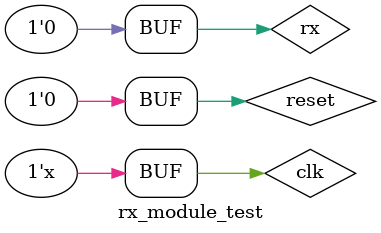
<source format=v>
`timescale 1ns / 1ps


module rx_module_test;

    localparam SIZE = 8;
    
    reg clk, reset, s_tick, rx, rx_done_tick;
    reg [SIZE-1:0] dout; 

    br_generator br_g (clk, s_tick);

	rx_module #(SIZE, 16) rx_mod (clk, reset, rx, s_tick, rx_done_tick, dout);
	
	always 
    begin
        #5 clk = ~clk;            
    end
 initial
    begin
        clk = 0;
        reset = 1;
        rx = 0;
        #20 reset = 0;                  // #20
        
        #20 rx = 53;          // 5    // #40
        #20 rx = 102;         // f    // #80
        #20 rx = 49;          // 1    // #120
        #20 rx = 48;          // 0    // #160
        #20 rx = 51;          // 3    // #200       
        #20 rx = 115;         // s    // #240
        #20 rx = "-";          // -    // #280
        #20 rx = 111;         // o    // #320340
        #20 rx = 100;         // d    // #360
    end
	
endmodule

</source>
